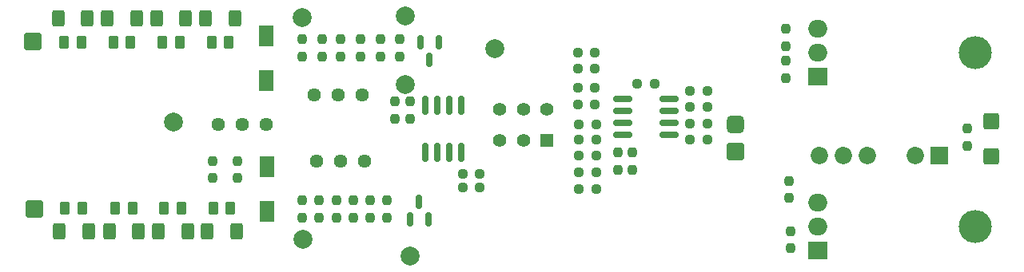
<source format=gbr>
%TF.GenerationSoftware,KiCad,Pcbnew,7.0.10*%
%TF.CreationDate,2024-07-07T01:33:31+02:00*%
%TF.ProjectId,DS100M06V_linear,44533130-304d-4303-9656-5f6c696e6561,rev?*%
%TF.SameCoordinates,Original*%
%TF.FileFunction,Soldermask,Top*%
%TF.FilePolarity,Negative*%
%FSLAX46Y46*%
G04 Gerber Fmt 4.6, Leading zero omitted, Abs format (unit mm)*
G04 Created by KiCad (PCBNEW 7.0.10) date 2024-07-07 01:33:31*
%MOMM*%
%LPD*%
G01*
G04 APERTURE LIST*
G04 Aperture macros list*
%AMRoundRect*
0 Rectangle with rounded corners*
0 $1 Rounding radius*
0 $2 $3 $4 $5 $6 $7 $8 $9 X,Y pos of 4 corners*
0 Add a 4 corners polygon primitive as box body*
4,1,4,$2,$3,$4,$5,$6,$7,$8,$9,$2,$3,0*
0 Add four circle primitives for the rounded corners*
1,1,$1+$1,$2,$3*
1,1,$1+$1,$4,$5*
1,1,$1+$1,$6,$7*
1,1,$1+$1,$8,$9*
0 Add four rect primitives between the rounded corners*
20,1,$1+$1,$2,$3,$4,$5,0*
20,1,$1+$1,$4,$5,$6,$7,0*
20,1,$1+$1,$6,$7,$8,$9,0*
20,1,$1+$1,$8,$9,$2,$3,0*%
G04 Aperture macros list end*
%ADD10RoundRect,0.237500X0.250000X0.237500X-0.250000X0.237500X-0.250000X-0.237500X0.250000X-0.237500X0*%
%ADD11RoundRect,0.237500X-0.237500X0.250000X-0.237500X-0.250000X0.237500X-0.250000X0.237500X0.250000X0*%
%ADD12RoundRect,0.250000X0.262500X0.450000X-0.262500X0.450000X-0.262500X-0.450000X0.262500X-0.450000X0*%
%ADD13R,1.600000X2.300000*%
%ADD14RoundRect,0.150000X-0.825000X-0.150000X0.825000X-0.150000X0.825000X0.150000X-0.825000X0.150000X0*%
%ADD15O,3.500000X3.500000*%
%ADD16R,2.000000X1.905000*%
%ADD17O,2.000000X1.905000*%
%ADD18RoundRect,0.237500X0.237500X-0.250000X0.237500X0.250000X-0.237500X0.250000X-0.237500X-0.250000X0*%
%ADD19C,1.440000*%
%ADD20RoundRect,0.237500X-0.250000X-0.237500X0.250000X-0.237500X0.250000X0.237500X-0.250000X0.237500X0*%
%ADD21RoundRect,0.250000X0.600000X-0.600000X0.600000X0.600000X-0.600000X0.600000X-0.600000X-0.600000X0*%
%ADD22RoundRect,0.250000X-0.675000X-0.675000X0.675000X-0.675000X0.675000X0.675000X-0.675000X0.675000X0*%
%ADD23R,1.850000X1.850000*%
%ADD24C,1.850000*%
%ADD25C,2.000000*%
%ADD26RoundRect,0.250000X-0.400000X-0.625000X0.400000X-0.625000X0.400000X0.625000X-0.400000X0.625000X0*%
%ADD27RoundRect,0.150000X0.150000X-0.587500X0.150000X0.587500X-0.150000X0.587500X-0.150000X-0.587500X0*%
%ADD28RoundRect,0.150000X-0.150000X0.587500X-0.150000X-0.587500X0.150000X-0.587500X0.150000X0.587500X0*%
%ADD29R,1.400000X1.400000*%
%ADD30C,1.400000*%
%ADD31RoundRect,0.462500X-0.462500X-0.462500X0.462500X-0.462500X0.462500X0.462500X-0.462500X0.462500X0*%
%ADD32RoundRect,0.150000X0.150000X-0.825000X0.150000X0.825000X-0.150000X0.825000X-0.150000X-0.825000X0*%
G04 APERTURE END LIST*
D10*
%TO.C,R14*%
X149212500Y-124600000D03*
X147387500Y-124600000D03*
%TD*%
D11*
%TO.C,R51*%
X127100000Y-131087500D03*
X127100000Y-132912500D03*
%TD*%
D10*
%TO.C,R13*%
X149112500Y-119100000D03*
X147287500Y-119100000D03*
%TD*%
D12*
%TO.C,C39*%
X94812500Y-131900000D03*
X92987500Y-131900000D03*
%TD*%
D13*
%TO.C,C16*%
X114300000Y-118350000D03*
X114300000Y-113650000D03*
%TD*%
D14*
%TO.C,U4*%
X152025000Y-120295000D03*
X152025000Y-121565000D03*
X152025000Y-122835000D03*
X152025000Y-124105000D03*
X156975000Y-124105000D03*
X156975000Y-122835000D03*
X156975000Y-121565000D03*
X156975000Y-120295000D03*
%TD*%
D15*
%TO.C,U3*%
X189380000Y-115400000D03*
D16*
X172720000Y-117940000D03*
D17*
X172720000Y-115400000D03*
X172720000Y-112860000D03*
%TD*%
D18*
%TO.C,C34*%
X127900000Y-122412500D03*
X127900000Y-120587500D03*
%TD*%
D19*
%TO.C,RV2*%
X119650000Y-126900000D03*
X122190000Y-126900000D03*
X124730000Y-126900000D03*
%TD*%
D20*
%TO.C,R35*%
X159187500Y-124600000D03*
X161012500Y-124600000D03*
%TD*%
D11*
%TO.C,C5*%
X123500000Y-131087500D03*
X123500000Y-132912500D03*
%TD*%
D21*
%TO.C,J5*%
X191100000Y-126450000D03*
%TD*%
D10*
%TO.C,R19*%
X149112500Y-117100000D03*
X147287500Y-117100000D03*
%TD*%
D22*
%TO.C,J3*%
X89700000Y-132000000D03*
%TD*%
D11*
%TO.C,C24*%
X121700000Y-131087500D03*
X121700000Y-132912500D03*
%TD*%
D23*
%TO.C,PS1*%
X185610000Y-126340000D03*
D24*
X183070000Y-126340000D03*
X177990000Y-126340000D03*
X175450000Y-126340000D03*
X172910000Y-126340000D03*
%TD*%
D25*
%TO.C,TP4*%
X129000000Y-118750000D03*
%TD*%
%TO.C,TP2*%
X118100000Y-111700000D03*
%TD*%
D21*
%TO.C,J2*%
X191100000Y-122700000D03*
%TD*%
D10*
%TO.C,C18*%
X136912500Y-129750000D03*
X135087500Y-129750000D03*
%TD*%
%TO.C,C37*%
X161012500Y-121200000D03*
X159187500Y-121200000D03*
%TD*%
D26*
%TO.C,R11*%
X107850000Y-111800000D03*
X110950000Y-111800000D03*
%TD*%
D18*
%TO.C,C4*%
X169300000Y-118112500D03*
X169300000Y-116287500D03*
%TD*%
D26*
%TO.C,R8*%
X92250000Y-111800000D03*
X95350000Y-111800000D03*
%TD*%
D11*
%TO.C,C6*%
X119900000Y-131087500D03*
X119900000Y-132912500D03*
%TD*%
D27*
%TO.C,D2*%
X129550000Y-133137500D03*
X131450000Y-133137500D03*
X130500000Y-131262500D03*
%TD*%
D20*
%TO.C,R21*%
X147387500Y-126300000D03*
X149212500Y-126300000D03*
%TD*%
D28*
%TO.C,D3*%
X132550000Y-114262500D03*
X130650000Y-114262500D03*
X131600000Y-116137500D03*
%TD*%
D18*
%TO.C,C15*%
X118100000Y-115812500D03*
X118100000Y-113987500D03*
%TD*%
%TO.C,C2*%
X169700000Y-130825000D03*
X169700000Y-129000000D03*
%TD*%
D22*
%TO.C,J7*%
X164000000Y-125900000D03*
%TD*%
D20*
%TO.C,R18*%
X153587500Y-118700000D03*
X155412500Y-118700000D03*
%TD*%
D12*
%TO.C,C42*%
X110512500Y-131900000D03*
X108687500Y-131900000D03*
%TD*%
D22*
%TO.C,J4*%
X89600000Y-114200000D03*
%TD*%
D25*
%TO.C,TP3*%
X129500000Y-137000000D03*
%TD*%
D26*
%TO.C,R9*%
X97450000Y-111800000D03*
X100550000Y-111800000D03*
%TD*%
D25*
%TO.C,*%
X129000000Y-111500000D03*
%TD*%
D11*
%TO.C,C3*%
X169800000Y-134337500D03*
X169800000Y-136162500D03*
%TD*%
D18*
%TO.C,R12*%
X126400000Y-115812500D03*
X126400000Y-113987500D03*
%TD*%
D10*
%TO.C,C21*%
X161012500Y-119500000D03*
X159187500Y-119500000D03*
%TD*%
D26*
%TO.C,R1*%
X97650000Y-134400000D03*
X100750000Y-134400000D03*
%TD*%
D20*
%TO.C,R16*%
X147387500Y-123000000D03*
X149212500Y-123000000D03*
%TD*%
D12*
%TO.C,C10*%
X99912500Y-114300000D03*
X98087500Y-114300000D03*
%TD*%
D29*
%TO.C,SW1*%
X144007500Y-124750000D03*
D30*
X141507500Y-124750000D03*
X139007500Y-124750000D03*
X144007500Y-121450000D03*
X141507500Y-121450000D03*
X139007500Y-121450000D03*
%TD*%
D18*
%TO.C,C23*%
X124300000Y-115812500D03*
X124300000Y-113987500D03*
%TD*%
D26*
%TO.C,R2*%
X102850000Y-134400000D03*
X105950000Y-134400000D03*
%TD*%
D19*
%TO.C,RV3*%
X119350000Y-119900000D03*
X121890000Y-119900000D03*
X124430000Y-119900000D03*
%TD*%
D25*
%TO.C,TP1*%
X118200000Y-135200000D03*
%TD*%
D18*
%TO.C,C14*%
X120200000Y-115812500D03*
X120200000Y-113987500D03*
%TD*%
D31*
%TO.C,J6*%
X164000000Y-123000000D03*
%TD*%
D18*
%TO.C,C1*%
X188550000Y-125312500D03*
X188550000Y-123487500D03*
%TD*%
D20*
%TO.C,R20*%
X147387500Y-128100000D03*
X149212500Y-128100000D03*
%TD*%
D13*
%TO.C,C8*%
X114400000Y-132250000D03*
X114400000Y-127550000D03*
%TD*%
D10*
%TO.C,R17*%
X161012500Y-122900000D03*
X159187500Y-122900000D03*
%TD*%
%TO.C,R6*%
X149112500Y-115400000D03*
X147287500Y-115400000D03*
%TD*%
D32*
%TO.C,U1*%
X131095000Y-125975000D03*
X132365000Y-125975000D03*
X133635000Y-125975000D03*
X134905000Y-125975000D03*
X134905000Y-121025000D03*
X133635000Y-121025000D03*
X132365000Y-121025000D03*
X131095000Y-121025000D03*
%TD*%
D18*
%TO.C,C17*%
X129500000Y-122412500D03*
X129500000Y-120587500D03*
%TD*%
D11*
%TO.C,C7*%
X118100000Y-131087500D03*
X118100000Y-132912500D03*
%TD*%
D12*
%TO.C,C41*%
X105312500Y-131900000D03*
X103487500Y-131900000D03*
%TD*%
D18*
%TO.C,R52*%
X128400000Y-115812500D03*
X128400000Y-113987500D03*
%TD*%
D19*
%TO.C,RV1*%
X109200000Y-123000000D03*
X111740000Y-123000000D03*
X114280000Y-123000000D03*
%TD*%
D26*
%TO.C,R3*%
X108050000Y-134400000D03*
X111150000Y-134400000D03*
%TD*%
D18*
%TO.C,R7*%
X108600000Y-128712500D03*
X108600000Y-126887500D03*
%TD*%
D10*
%TO.C,C35*%
X136912500Y-128250000D03*
X135087500Y-128250000D03*
%TD*%
D12*
%TO.C,C11*%
X94712500Y-114300000D03*
X92887500Y-114300000D03*
%TD*%
D10*
%TO.C,R15*%
X149112500Y-120900000D03*
X147287500Y-120900000D03*
%TD*%
D26*
%TO.C,R4*%
X92350000Y-134400000D03*
X95450000Y-134400000D03*
%TD*%
D12*
%TO.C,C12*%
X110312500Y-114300000D03*
X108487500Y-114300000D03*
%TD*%
D18*
%TO.C,C22*%
X153100000Y-127812500D03*
X153100000Y-125987500D03*
%TD*%
D25*
%TO.C,*%
X104500000Y-122750000D03*
%TD*%
D26*
%TO.C,R10*%
X102650000Y-111800000D03*
X105750000Y-111800000D03*
%TD*%
D18*
%TO.C,C13*%
X122200000Y-115812500D03*
X122200000Y-113987500D03*
%TD*%
D10*
%TO.C,R22*%
X149212500Y-129900000D03*
X147387500Y-129900000D03*
%TD*%
D11*
%TO.C,R5*%
X125300000Y-131087500D03*
X125300000Y-132912500D03*
%TD*%
D18*
%TO.C,C32*%
X111200000Y-128712500D03*
X111200000Y-126887500D03*
%TD*%
%TO.C,C38*%
X151500000Y-127812500D03*
X151500000Y-125987500D03*
%TD*%
D12*
%TO.C,C9*%
X105112500Y-114300000D03*
X103287500Y-114300000D03*
%TD*%
D25*
%TO.C,TP4*%
X138500000Y-115000000D03*
%TD*%
D15*
%TO.C,U5*%
X189400000Y-133840000D03*
D16*
X172740000Y-136380000D03*
D17*
X172740000Y-133840000D03*
X172740000Y-131300000D03*
%TD*%
D12*
%TO.C,C40*%
X100112500Y-131900000D03*
X98287500Y-131900000D03*
%TD*%
D11*
%TO.C,C19*%
X169300000Y-112887500D03*
X169300000Y-114712500D03*
%TD*%
M02*

</source>
